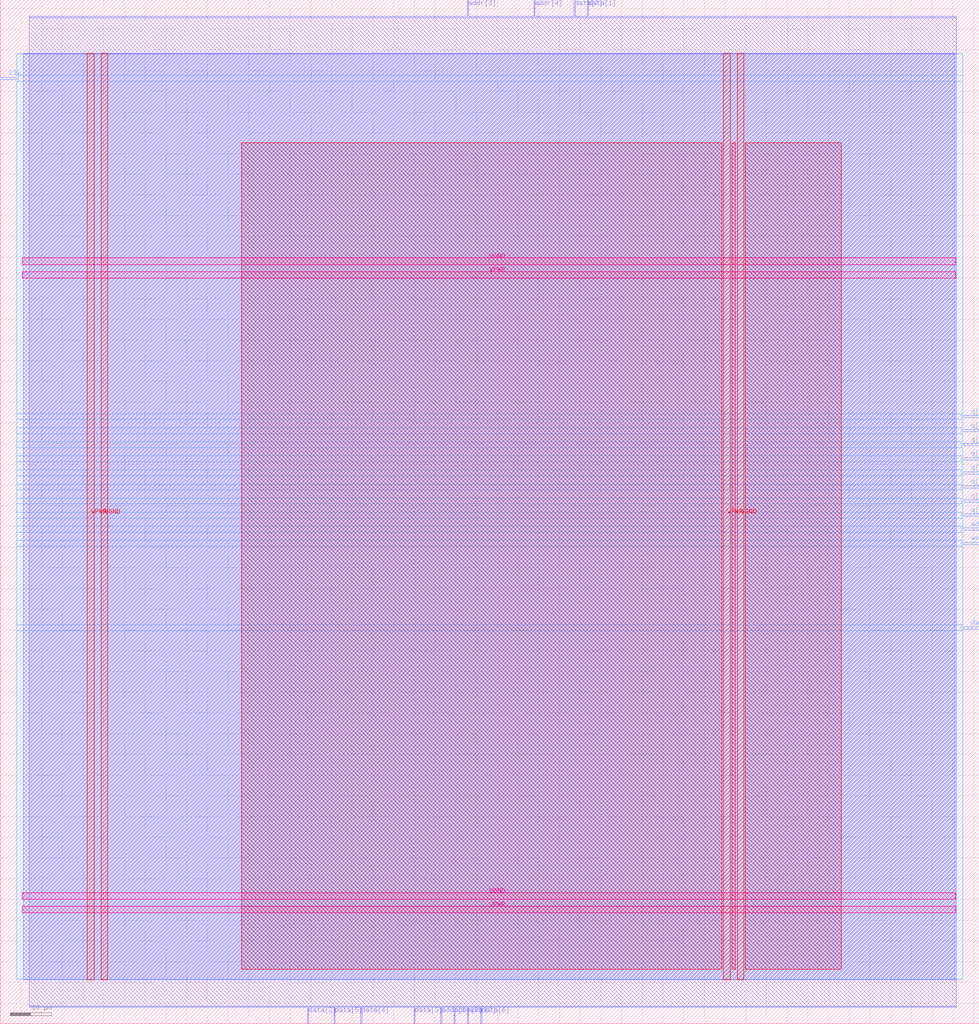
<source format=lef>
VERSION 5.7 ;
  NOWIREEXTENSIONATPIN ON ;
  DIVIDERCHAR "/" ;
  BUSBITCHARS "[]" ;
MACRO single_port_ram
  CLASS BLOCK ;
  FOREIGN single_port_ram ;
  ORIGIN 0.000 0.000 ;
  SIZE 236.380 BY 247.100 ;
  PIN VGND
    DIRECTION INOUT ;
    USE GROUND ;
    PORT
      LAYER met4 ;
        RECT 24.340 10.640 25.940 234.160 ;
    END
    PORT
      LAYER met4 ;
        RECT 177.940 10.640 179.540 234.160 ;
    END
    PORT
      LAYER met5 ;
        RECT 5.280 30.030 230.700 31.630 ;
    END
    PORT
      LAYER met5 ;
        RECT 5.280 183.210 230.700 184.810 ;
    END
  END VGND
  PIN VPWR
    DIRECTION INOUT ;
    USE POWER ;
    PORT
      LAYER met4 ;
        RECT 21.040 10.640 22.640 234.160 ;
    END
    PORT
      LAYER met4 ;
        RECT 174.640 10.640 176.240 234.160 ;
    END
    PORT
      LAYER met5 ;
        RECT 5.280 26.730 230.700 28.330 ;
    END
    PORT
      LAYER met5 ;
        RECT 5.280 179.910 230.700 181.510 ;
    END
  END VPWR
  PIN addr[0]
    DIRECTION INPUT ;
    USE SIGNAL ;
    ANTENNAGATEAREA 0.196500 ;
    PORT
      LAYER met2 ;
        RECT 112.790 0.000 113.070 4.000 ;
    END
  END addr[0]
  PIN addr[1]
    DIRECTION INPUT ;
    USE SIGNAL ;
    ANTENNAGATEAREA 0.196500 ;
    PORT
      LAYER met2 ;
        RECT 106.350 0.000 106.630 4.000 ;
    END
  END addr[1]
  PIN addr[2]
    DIRECTION INPUT ;
    USE SIGNAL ;
    ANTENNAGATEAREA 0.213000 ;
    PORT
      LAYER met2 ;
        RECT 109.570 0.000 109.850 4.000 ;
    END
  END addr[2]
  PIN addr[3]
    DIRECTION INPUT ;
    USE SIGNAL ;
    ANTENNAGATEAREA 0.126000 ;
    PORT
      LAYER met2 ;
        RECT 112.790 243.100 113.070 247.100 ;
    END
  END addr[3]
  PIN addr[4]
    DIRECTION INPUT ;
    USE SIGNAL ;
    ANTENNAGATEAREA 0.213000 ;
    PORT
      LAYER met2 ;
        RECT 128.890 243.100 129.170 247.100 ;
    END
  END addr[4]
  PIN addr[5]
    DIRECTION INPUT ;
    USE SIGNAL ;
    ANTENNAGATEAREA 0.213000 ;
    PORT
      LAYER met3 ;
        RECT 232.380 119.040 236.380 119.640 ;
    END
  END addr[5]
  PIN clk
    DIRECTION INPUT ;
    USE SIGNAL ;
    ANTENNAGATEAREA 0.852000 ;
    PORT
      LAYER met3 ;
        RECT 0.000 227.840 4.000 228.440 ;
    END
  END clk
  PIN data[0]
    DIRECTION INPUT ;
    USE SIGNAL ;
    ANTENNAGATEAREA 0.247500 ;
    PORT
      LAYER met2 ;
        RECT 138.550 243.100 138.830 247.100 ;
    END
  END data[0]
  PIN data[1]
    DIRECTION INPUT ;
    USE SIGNAL ;
    ANTENNAGATEAREA 0.247500 ;
    PORT
      LAYER met2 ;
        RECT 141.770 243.100 142.050 247.100 ;
    END
  END data[1]
  PIN data[2]
    DIRECTION INPUT ;
    USE SIGNAL ;
    ANTENNAGATEAREA 0.247500 ;
    PORT
      LAYER met2 ;
        RECT 74.150 0.000 74.430 4.000 ;
    END
  END data[2]
  PIN data[3]
    DIRECTION INPUT ;
    USE SIGNAL ;
    ANTENNAGATEAREA 0.247500 ;
    PORT
      LAYER met2 ;
        RECT 99.910 0.000 100.190 4.000 ;
    END
  END data[3]
  PIN data[4]
    DIRECTION INPUT ;
    USE SIGNAL ;
    ANTENNAGATEAREA 0.247500 ;
    PORT
      LAYER met2 ;
        RECT 87.030 0.000 87.310 4.000 ;
    END
  END data[4]
  PIN data[5]
    DIRECTION INPUT ;
    USE SIGNAL ;
    ANTENNAGATEAREA 0.247500 ;
    PORT
      LAYER met2 ;
        RECT 80.590 0.000 80.870 4.000 ;
    END
  END data[5]
  PIN data[6]
    DIRECTION INPUT ;
    USE SIGNAL ;
    ANTENNAGATEAREA 0.213000 ;
    PORT
      LAYER met2 ;
        RECT 116.010 0.000 116.290 4.000 ;
    END
  END data[6]
  PIN data[7]
    DIRECTION INPUT ;
    USE SIGNAL ;
    ANTENNAGATEAREA 0.213000 ;
    PORT
      LAYER met3 ;
        RECT 232.380 95.240 236.380 95.840 ;
    END
  END data[7]
  PIN q[0]
    DIRECTION OUTPUT TRISTATE ;
    USE SIGNAL ;
    ANTENNADIFFAREA 0.795200 ;
    PORT
      LAYER met3 ;
        RECT 232.380 146.240 236.380 146.840 ;
    END
  END q[0]
  PIN q[1]
    DIRECTION OUTPUT TRISTATE ;
    USE SIGNAL ;
    ANTENNADIFFAREA 0.795200 ;
    PORT
      LAYER met3 ;
        RECT 232.380 125.840 236.380 126.440 ;
    END
  END q[1]
  PIN q[2]
    DIRECTION OUTPUT TRISTATE ;
    USE SIGNAL ;
    ANTENNADIFFAREA 0.795200 ;
    PORT
      LAYER met3 ;
        RECT 232.380 142.840 236.380 143.440 ;
    END
  END q[2]
  PIN q[3]
    DIRECTION OUTPUT TRISTATE ;
    USE SIGNAL ;
    ANTENNADIFFAREA 0.795200 ;
    PORT
      LAYER met3 ;
        RECT 232.380 139.440 236.380 140.040 ;
    END
  END q[3]
  PIN q[4]
    DIRECTION OUTPUT TRISTATE ;
    USE SIGNAL ;
    ANTENNADIFFAREA 0.795200 ;
    PORT
      LAYER met3 ;
        RECT 232.380 136.040 236.380 136.640 ;
    END
  END q[4]
  PIN q[5]
    DIRECTION OUTPUT TRISTATE ;
    USE SIGNAL ;
    ANTENNADIFFAREA 0.795200 ;
    PORT
      LAYER met3 ;
        RECT 232.380 122.440 236.380 123.040 ;
    END
  END q[5]
  PIN q[6]
    DIRECTION OUTPUT TRISTATE ;
    USE SIGNAL ;
    ANTENNADIFFAREA 0.795200 ;
    PORT
      LAYER met3 ;
        RECT 232.380 129.240 236.380 129.840 ;
    END
  END q[6]
  PIN q[7]
    DIRECTION OUTPUT TRISTATE ;
    USE SIGNAL ;
    ANTENNADIFFAREA 0.445500 ;
    PORT
      LAYER met3 ;
        RECT 232.380 132.640 236.380 133.240 ;
    END
  END q[7]
  PIN we
    DIRECTION INPUT ;
    USE SIGNAL ;
    ANTENNAGATEAREA 0.247500 ;
    PORT
      LAYER met3 ;
        RECT 232.380 115.640 236.380 116.240 ;
    END
  END we
  OBS
      LAYER li1 ;
        RECT 5.520 10.795 230.460 234.005 ;
      LAYER met1 ;
        RECT 5.520 10.640 230.850 234.160 ;
      LAYER met2 ;
        RECT 7.000 242.820 112.510 243.100 ;
        RECT 113.350 242.820 128.610 243.100 ;
        RECT 129.450 242.820 138.270 243.100 ;
        RECT 139.110 242.820 141.490 243.100 ;
        RECT 142.330 242.820 230.830 243.100 ;
        RECT 7.000 4.280 230.830 242.820 ;
        RECT 7.000 4.000 73.870 4.280 ;
        RECT 74.710 4.000 80.310 4.280 ;
        RECT 81.150 4.000 86.750 4.280 ;
        RECT 87.590 4.000 99.630 4.280 ;
        RECT 100.470 4.000 106.070 4.280 ;
        RECT 106.910 4.000 109.290 4.280 ;
        RECT 110.130 4.000 112.510 4.280 ;
        RECT 113.350 4.000 115.730 4.280 ;
        RECT 116.570 4.000 230.830 4.280 ;
      LAYER met3 ;
        RECT 4.000 228.840 232.380 234.085 ;
        RECT 4.400 227.440 232.380 228.840 ;
        RECT 4.000 147.240 232.380 227.440 ;
        RECT 4.000 145.840 231.980 147.240 ;
        RECT 4.000 143.840 232.380 145.840 ;
        RECT 4.000 142.440 231.980 143.840 ;
        RECT 4.000 140.440 232.380 142.440 ;
        RECT 4.000 139.040 231.980 140.440 ;
        RECT 4.000 137.040 232.380 139.040 ;
        RECT 4.000 135.640 231.980 137.040 ;
        RECT 4.000 133.640 232.380 135.640 ;
        RECT 4.000 132.240 231.980 133.640 ;
        RECT 4.000 130.240 232.380 132.240 ;
        RECT 4.000 128.840 231.980 130.240 ;
        RECT 4.000 126.840 232.380 128.840 ;
        RECT 4.000 125.440 231.980 126.840 ;
        RECT 4.000 123.440 232.380 125.440 ;
        RECT 4.000 122.040 231.980 123.440 ;
        RECT 4.000 120.040 232.380 122.040 ;
        RECT 4.000 118.640 231.980 120.040 ;
        RECT 4.000 116.640 232.380 118.640 ;
        RECT 4.000 115.240 231.980 116.640 ;
        RECT 4.000 96.240 232.380 115.240 ;
        RECT 4.000 94.840 231.980 96.240 ;
        RECT 4.000 10.715 232.380 94.840 ;
      LAYER met4 ;
        RECT 58.255 13.095 174.240 212.665 ;
        RECT 176.640 13.095 177.540 212.665 ;
        RECT 179.940 13.095 203.025 212.665 ;
  END
END single_port_ram
END LIBRARY


</source>
